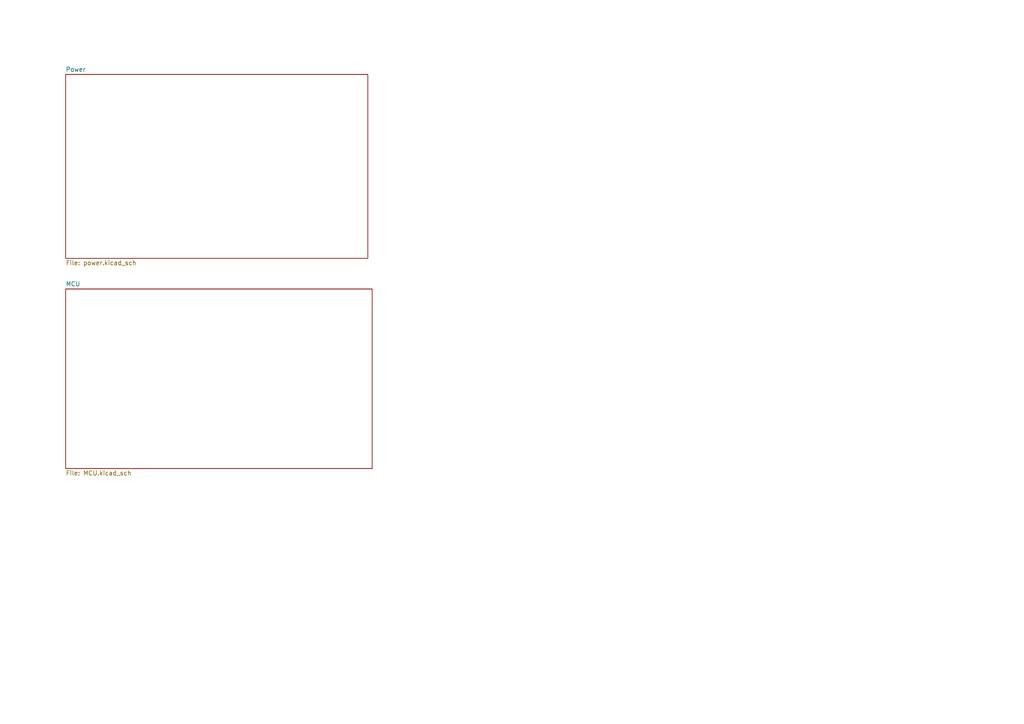
<source format=kicad_sch>
(kicad_sch (version 20230121) (generator eeschema)
  (paper "A4")
  (lib_symbols)
  (sheet (at 19.05 83.82) (size 88.9 52.07) (stroke (width 0.1524))
    (property "Sheetname" "MCU" (at 19.05 83.1084 0) (effects (justify left bottom)))
    (property "Sheetfile" "MCU.kicad_sch" (at 19.05 136.4746 0) (effects (justify left top)))
  )
  (sheet (at 19.05 21.59) (size 87.63 53.34) (stroke (width 0.1524))
    (property "Sheetname" "Power" (at 19.05 20.8784 0) (effects (justify left bottom)))
    (property "Sheetfile" "power.kicad_sch" (at 19.05 75.5146 0) (effects (justify left top)))
  )
)
</source>
